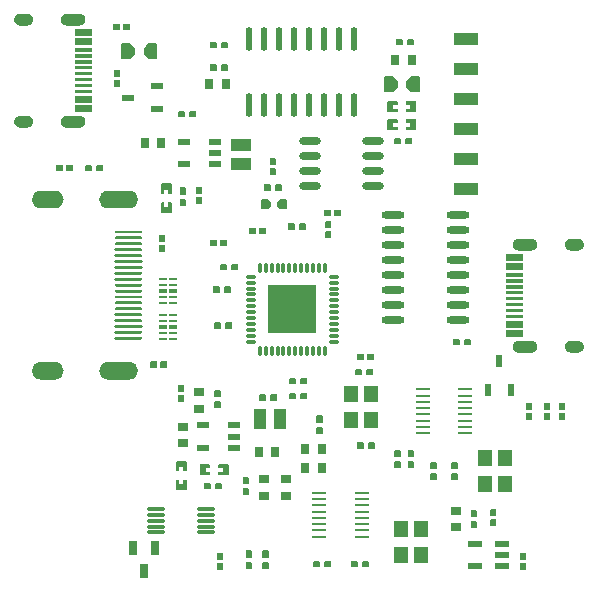
<source format=gtp>
G04 Layer: TopPasteMaskLayer*
G04 EasyEDA Pro v2.2.27.1, 2024-09-30 12:04:34*
G04 Gerber Generator version 0.3*
G04 Scale: 100 percent, Rotated: No, Reflected: No*
G04 Dimensions in millimeters*
G04 Leading zeros omitted, absolute positions, 3 integers and 5 decimals*
%FSLAX35Y35*%
%MOMM*%
%ADD10O,0.57399X2.03799*%
%ADD11R,1.2X0.25001*%
%ADD12R,1.2X1.4*%
%ADD13R,4.09999X4.09999*%
%ADD14O,0.28001X1.0*%
%ADD15O,1.0010X0.28001*%
%ADD16O,1.0X0.28001*%
%ADD17R,0.68072X0.20066*%
%ADD18R,0.68072X0.39878*%
%ADD19O,1.865X0.63*%
%ADD20R,0.9X0.8*%
%ADD21R,0.8X0.9*%
%ADD22R,1.0X0.6*%
%ADD23R,1.72001X1.0*%
%ADD24R,1.0X1.72001*%
%ADD25R,1.157X0.48999*%
%ADD26R,1.175X0.48999*%
%ADD27R,1.2X1.4*%
%ADD28O,1.62001X0.28001*%
%ADD29R,1.07X0.6*%
%ADD30R,0.6X1.07*%
%ADD31R,0.8X0.9*%
%ADD32R,2.0X1.0*%
%ADD33O,1.97099X0.60201*%
%ADD34R,0.7X1.25001*%
G75*


G04 PolygonModel Start*
G36*
G01X3472975Y4705872D02*
G01X3392975Y4705872D01*
G01X3387974Y4700870D01*
G01X3387974Y4678074D01*
G01X3424974Y4678074D01*
G01X3424974Y4645074D01*
G01X3387974Y4645074D01*
G01X3387974Y4620871D01*
G01X3392975Y4615872D01*
G01X3472975Y4615872D01*
G01X3477974Y4620871D01*
G01X3477974Y4700870D01*
G01X3472975Y4705872D01*
G37*
G36*
G01X3317974Y4700870D02*
G01X3317974Y4678074D01*
G01X3279976Y4678074D01*
G01X3279976Y4645074D01*
G01X3317974Y4645074D01*
G01X3317974Y4620871D01*
G01X3312975Y4615872D01*
G01X3233976Y4615872D01*
G01X3228975Y4620871D01*
G01X3228975Y4700870D01*
G01X3233976Y4705872D01*
G01X3312975Y4705872D01*
G01X3317974Y4700870D01*
G37*
G36*
G01X3472975Y4553472D02*
G01X3392975Y4553472D01*
G01X3387974Y4548470D01*
G01X3387974Y4525674D01*
G01X3424974Y4525674D01*
G01X3424974Y4492674D01*
G01X3387974Y4492674D01*
G01X3387974Y4468471D01*
G01X3392975Y4463472D01*
G01X3472975Y4463472D01*
G01X3477974Y4468471D01*
G01X3477974Y4548470D01*
G01X3472975Y4553472D01*
G37*
G36*
G01X3317974Y4548470D02*
G01X3317974Y4525674D01*
G01X3279976Y4525674D01*
G01X3279976Y4492674D01*
G01X3317974Y4492674D01*
G01X3317974Y4468471D01*
G01X3312975Y4463472D01*
G01X3233976Y4463472D01*
G01X3228975Y4468471D01*
G01X3228975Y4548470D01*
G01X3233976Y4553472D01*
G01X3312975Y4553472D01*
G01X3317974Y4548470D01*
G37*
G36*
G01X1094974Y5108749D02*
G01X1094974Y5152810D01*
G01X1056467Y5199625D01*
G01X987720Y5199625D01*
G01X977720Y5189625D01*
G01X977720Y5071929D01*
G01X987720Y5061929D01*
G01X1056467Y5061929D01*
G01X1094974Y5108749D01*
G37*
G36*
G01X1166973Y5108749D02*
G01X1166973Y5152810D01*
G01X1205479Y5199625D01*
G01X1274227Y5199625D01*
G01X1284227Y5189625D01*
G01X1284227Y5071929D01*
G01X1274227Y5061929D01*
G01X1205479Y5061929D01*
G01X1166973Y5108749D01*
G37*
G36*
G01X3317474Y4829349D02*
G01X3317474Y4873410D01*
G01X3278967Y4920225D01*
G01X3210220Y4920225D01*
G01X3200220Y4910225D01*
G01X3200220Y4792529D01*
G01X3210220Y4782529D01*
G01X3278967Y4782529D01*
G01X3317474Y4829349D01*
G37*
G36*
G01X3389473Y4829349D02*
G01X3389473Y4873410D01*
G01X3427979Y4920225D01*
G01X3496727Y4920225D01*
G01X3506727Y4910225D01*
G01X3506727Y4792529D01*
G01X3496727Y4782529D01*
G01X3427979Y4782529D01*
G01X3389473Y4829349D01*
G37*
G36*
G01X4455973Y2096273D02*
G01X4409973Y2096273D01*
G01X4405973Y2100274D01*
G01X4405973Y2150337D01*
G01X4409973Y2154338D01*
G01X4455973Y2154338D01*
G01X4459973Y2150337D01*
G01X4459973Y2100274D01*
G01X4455973Y2096273D01*
G37*
G36*
G01X4455973Y2069273D02*
G01X4409973Y2069273D01*
G01X4405973Y2065272D01*
G01X4405973Y2015209D01*
G01X4409973Y2011209D01*
G01X4455973Y2011209D01*
G01X4459973Y2015209D01*
G01X4459973Y2065272D01*
G01X4455973Y2069273D01*
G37*
G36*
G01X4562373Y2069273D02*
G01X4608373Y2069273D01*
G01X4612373Y2065272D01*
G01X4612373Y2015209D01*
G01X4608373Y2011209D01*
G01X4562373Y2011209D01*
G01X4558373Y2015209D01*
G01X4558373Y2065272D01*
G01X4562373Y2069273D01*
G37*
G36*
G01X4562373Y2096273D02*
G01X4608373Y2096273D01*
G01X4612373Y2100274D01*
G01X4612373Y2150337D01*
G01X4608373Y2154338D01*
G01X4562373Y2154338D01*
G01X4558373Y2150337D01*
G01X4558373Y2100274D01*
G01X4562373Y2096273D01*
G37*
G36*
G01X415602Y2499658D02*
G02X415602Y2349651I0J-75004D01*
G01X295600Y2349651D01*
G02X295600Y2499658I0J75004D01*
G01X415602Y2499658D01*
G37*
G36*
G01X415602Y3949488D02*
G02X415602Y3799485I0J-75001D01*
G01X295600Y3799485D01*
G02X295600Y3949488I0J75001D01*
G01X415602Y3949488D01*
G37*
G36*
G01X1045550Y2499658D02*
G02X1045550Y2349651I0J-75004D01*
G01X865551Y2349651D01*
G02X865551Y2499658I0J75004D01*
G01X1045550Y2499658D01*
G37*
G36*
G01X1045550Y3949488D02*
G02X1045550Y3799485I0J-75001D01*
G01X865551Y3799485D01*
G02X865551Y3949488I0J75001D01*
G01X1045550Y3949488D01*
G37*
G36*
G01X1146297Y2711984D02*
G02X1146297Y2686981I0J-12502D01*
G01X931296Y2686981D01*
G02X931296Y2711984I0J12502D01*
G01X1146297Y2711984D01*
G37*
G36*
G01X1146297Y2761997D02*
G02X1146297Y2736993I0J-12502D01*
G01X931296Y2736993D01*
G02X931296Y2761997I0J12502D01*
G01X1146297Y2761997D01*
G37*
G36*
G01X1146297Y2812007D02*
G02X1146297Y2787003I0J-12502D01*
G01X931296Y2787003D01*
G02X931296Y2812007I0J12502D01*
G01X1146297Y2812007D01*
G37*
G36*
G01X1146297Y2862017D02*
G02X1146297Y2837013I0J-12502D01*
G01X931296Y2837013D01*
G02X931296Y2862017I0J12502D01*
G01X1146297Y2862017D01*
G37*
G36*
G01X1146297Y2912030D02*
G02X1146297Y2887026I0J-12502D01*
G01X931296Y2887026D01*
G02X931296Y2912030I0J12502D01*
G01X1146297Y2912030D01*
G37*
G36*
G01X1146297Y2962040D02*
G02X1146297Y2937036I0J-12502D01*
G01X931296Y2937036D01*
G02X931296Y2962040I0J12502D01*
G01X1146297Y2962040D01*
G37*
G36*
G01X1146297Y3012045D02*
G02X1146297Y2987041I0J-12502D01*
G01X931296Y2987041D01*
G02X931296Y3012045I0J12502D01*
G01X1146297Y3012045D01*
G37*
G36*
G01X1146297Y3362113D02*
G02X1146297Y3337106I0J-12503D01*
G01X931296Y3337106D01*
G02X931296Y3362113I0J12503D01*
G01X1146297Y3362113D01*
G37*
G36*
G01X1146297Y3312105D02*
G02X1146297Y3287101I0J-12502D01*
G01X931296Y3287101D01*
G02X931296Y3312105I0J12502D01*
G01X1146297Y3312105D01*
G37*
G36*
G01X1146297Y3262095D02*
G02X1146297Y3237094I-178J-12501D01*
G01X931296Y3237094D01*
G02X931296Y3262095I178J12501D01*
G01X1146297Y3262095D01*
G37*
G36*
G01X1146297Y3212082D02*
G02X1146297Y3187081I-178J-12501D01*
G01X931296Y3187081D01*
G02X931296Y3212082I178J12501D01*
G01X1146297Y3212082D01*
G37*
G36*
G01X1146297Y3162075D02*
G02X1146297Y3137071I0J-12502D01*
G01X931296Y3137071D01*
G02X931296Y3162075I0J12502D01*
G01X1146297Y3162075D01*
G37*
G36*
G01X1146297Y3112065D02*
G02X1146297Y3087059I0J-12503D01*
G01X931296Y3087059D01*
G02X931296Y3112065I0J12503D01*
G01X1146297Y3112065D01*
G37*
G36*
G01X1146297Y3062052D02*
G02X1146297Y3037046I0J-12503D01*
G01X931296Y3037046D01*
G02X931296Y3062052I0J12503D01*
G01X1146297Y3062052D01*
G37*
G36*
G01X1146297Y3612165D02*
G02X1146297Y3587162I0J-12502D01*
G01X931296Y3587162D01*
G02X931296Y3612165I0J12502D01*
G01X1146297Y3612165D01*
G37*
G36*
G01X1146297Y3562153D02*
G02X1146297Y3537149I0J-12502D01*
G01X931296Y3537149D01*
G02X931296Y3562153I0J12502D01*
G01X1146297Y3562153D01*
G37*
G36*
G01X1146297Y3512143D02*
G02X1146297Y3487139I0J-12502D01*
G01X931296Y3487139D01*
G02X931296Y3512143I0J12502D01*
G01X1146297Y3512143D01*
G37*
G36*
G01X1146297Y3462133D02*
G02X1146297Y3437129I0J-12502D01*
G01X931296Y3437129D01*
G02X931296Y3462133I0J12502D01*
G01X1146297Y3462133D01*
G37*
G36*
G01X1146297Y3412120D02*
G02X1146297Y3387116I0J-12502D01*
G01X931296Y3387116D01*
G02X931296Y3412120I0J12502D01*
G01X1146297Y3412120D01*
G37*
G36*
G01X2459170Y2232275D02*
G01X2459170Y2187274D01*
G01X2452172Y2182275D01*
G01X2404171Y2182275D01*
G01X2399170Y2187274D01*
G01X2399170Y2232275D01*
G01X2404171Y2237274D01*
G01X2452172Y2237274D01*
G01X2459170Y2232275D01*
G37*
G36*
G01X2555171Y2232275D02*
G01X2555171Y2187274D01*
G01X2550170Y2182275D01*
G01X2502172Y2182275D01*
G01X2495172Y2187274D01*
G01X2495172Y2232275D01*
G01X2502172Y2237274D01*
G01X2550170Y2237274D01*
G01X2555171Y2232275D01*
G37*
G36*
G01X2459170Y2359275D02*
G01X2459170Y2314274D01*
G01X2452172Y2309275D01*
G01X2404171Y2309275D01*
G01X2399170Y2314274D01*
G01X2399170Y2359275D01*
G01X2404171Y2364274D01*
G01X2452172Y2364274D01*
G01X2459170Y2359275D01*
G37*
G36*
G01X2555171Y2359275D02*
G01X2555171Y2314274D01*
G01X2550170Y2309275D01*
G01X2502172Y2309275D01*
G01X2495172Y2314274D01*
G01X2495172Y2359275D01*
G01X2502172Y2364274D01*
G01X2550170Y2364274D01*
G01X2555171Y2359275D01*
G37*
G36*
G01X2446470Y3667375D02*
G01X2446470Y3622374D01*
G01X2439472Y3617375D01*
G01X2391471Y3617375D01*
G01X2386470Y3622374D01*
G01X2386470Y3667375D01*
G01X2391471Y3672374D01*
G01X2439472Y3672374D01*
G01X2446470Y3667375D01*
G37*
G36*
G01X2542471Y3667375D02*
G01X2542471Y3622374D01*
G01X2537470Y3617375D01*
G01X2489472Y3617375D01*
G01X2482472Y3622374D01*
G01X2482472Y3667375D01*
G01X2489472Y3672374D01*
G01X2537470Y3672374D01*
G01X2542471Y3667375D01*
G37*
G36*
G01X2010171Y1429770D02*
G01X2055172Y1429770D01*
G01X2060171Y1422772D01*
G01X2060171Y1374771D01*
G01X2055172Y1369770D01*
G01X2010171Y1369770D01*
G01X2005173Y1374771D01*
G01X2005173Y1422772D01*
G01X2010171Y1429770D01*
G37*
G36*
G01X2010171Y1525771D02*
G01X2055172Y1525771D01*
G01X2060171Y1520770D01*
G01X2060171Y1472772D01*
G01X2055172Y1465772D01*
G01X2010171Y1465772D01*
G01X2005173Y1472772D01*
G01X2005173Y1520770D01*
G01X2010171Y1525771D01*
G37*
G36*
G01X1874970Y3324475D02*
G01X1874970Y3279474D01*
G01X1867972Y3274475D01*
G01X1819971Y3274475D01*
G01X1814970Y3279474D01*
G01X1814970Y3324475D01*
G01X1819971Y3329474D01*
G01X1867972Y3329474D01*
G01X1874970Y3324475D01*
G37*
G36*
G01X1970971Y3324475D02*
G01X1970971Y3279474D01*
G01X1965970Y3274475D01*
G01X1917972Y3274475D01*
G01X1910972Y3279474D01*
G01X1910972Y3324475D01*
G01X1917972Y3329474D01*
G01X1965970Y3329474D01*
G01X1970971Y3324475D01*
G37*
G36*
G01X2632471Y1950470D02*
G01X2677472Y1950470D01*
G01X2682471Y1943472D01*
G01X2682471Y1895471D01*
G01X2677472Y1890470D01*
G01X2632471Y1890470D01*
G01X2627473Y1895471D01*
G01X2627473Y1943472D01*
G01X2632471Y1950470D01*
G37*
G36*
G01X2632471Y2046471D02*
G01X2677472Y2046471D01*
G01X2682471Y2041470D01*
G01X2682471Y1993472D01*
G01X2677472Y1986472D01*
G01X2632471Y1986472D01*
G01X2627473Y1993472D01*
G01X2627473Y2041470D01*
G01X2632471Y2046471D01*
G37*
G36*
G01X1811470Y3133975D02*
G01X1811470Y3088974D01*
G01X1804472Y3083975D01*
G01X1756471Y3083975D01*
G01X1751470Y3088974D01*
G01X1751470Y3133975D01*
G01X1756471Y3138974D01*
G01X1804472Y3138974D01*
G01X1811470Y3133975D01*
G37*
G36*
G01X1907471Y3133975D02*
G01X1907471Y3088974D01*
G01X1902470Y3083975D01*
G01X1854472Y3083975D01*
G01X1847472Y3088974D01*
G01X1847472Y3133975D01*
G01X1854472Y3138974D01*
G01X1902470Y3138974D01*
G01X1907471Y3133975D01*
G37*
G36*
G01X2205170Y2219575D02*
G01X2205170Y2174574D01*
G01X2198172Y2169575D01*
G01X2150171Y2169575D01*
G01X2145170Y2174574D01*
G01X2145170Y2219575D01*
G01X2150171Y2224574D01*
G01X2198172Y2224574D01*
G01X2205170Y2219575D01*
G37*
G36*
G01X2301171Y2219575D02*
G01X2301171Y2174574D01*
G01X2296170Y2169575D01*
G01X2248172Y2169575D01*
G01X2241172Y2174574D01*
G01X2241172Y2219575D01*
G01X2248172Y2224574D01*
G01X2296170Y2224574D01*
G01X2301171Y2219575D01*
G37*
G36*
G01X1768871Y2166370D02*
G01X1813872Y2166370D01*
G01X1818871Y2159372D01*
G01X1818871Y2111371D01*
G01X1813872Y2106370D01*
G01X1768871Y2106370D01*
G01X1763873Y2111371D01*
G01X1763873Y2159372D01*
G01X1768871Y2166370D01*
G37*
G36*
G01X1768871Y2262371D02*
G01X1813872Y2262371D01*
G01X1818871Y2257370D01*
G01X1818871Y2209372D01*
G01X1813872Y2202372D01*
G01X1768871Y2202372D01*
G01X1763873Y2209372D01*
G01X1763873Y2257370D01*
G01X1768871Y2262371D01*
G37*
G36*
G01X1824170Y2829175D02*
G01X1824170Y2784174D01*
G01X1817172Y2779175D01*
G01X1769171Y2779175D01*
G01X1764170Y2784174D01*
G01X1764170Y2829175D01*
G01X1769171Y2834174D01*
G01X1817172Y2834174D01*
G01X1824170Y2829175D01*
G37*
G36*
G01X1920171Y2829175D02*
G01X1920171Y2784174D01*
G01X1915170Y2779175D01*
G01X1867172Y2779175D01*
G01X1860172Y2784174D01*
G01X1860172Y2829175D01*
G01X1867172Y2834174D01*
G01X1915170Y2834174D01*
G01X1920171Y2829175D01*
G37*
G36*
G01X2243270Y3997575D02*
G01X2243270Y3952574D01*
G01X2236272Y3947575D01*
G01X2188271Y3947575D01*
G01X2183270Y3952574D01*
G01X2183270Y3997575D01*
G01X2188271Y4002574D01*
G01X2236272Y4002574D01*
G01X2243270Y3997575D01*
G37*
G36*
G01X2339271Y3997575D02*
G01X2339271Y3952574D01*
G01X2334270Y3947575D01*
G01X2286272Y3947575D01*
G01X2279272Y3952574D01*
G01X2279272Y3997575D01*
G01X2286272Y4002574D01*
G01X2334270Y4002574D01*
G01X2339271Y3997575D01*
G37*
G36*
G01X1790573Y3528173D02*
G01X1790573Y3482173D01*
G01X1786573Y3478173D01*
G01X1736509Y3478173D01*
G01X1732509Y3482173D01*
G01X1732509Y3528173D01*
G01X1736509Y3532173D01*
G01X1786573Y3532173D01*
G01X1790573Y3528173D01*
G37*
G36*
G01X1817573Y3528173D02*
G01X1817573Y3482173D01*
G01X1821574Y3478173D01*
G01X1871637Y3478173D01*
G01X1875638Y3482173D01*
G01X1875638Y3528173D01*
G01X1871637Y3532173D01*
G01X1821574Y3532173D01*
G01X1817573Y3528173D01*
G37*
G36*
G01X482473Y4163173D02*
G01X482473Y4117173D01*
G01X478473Y4113173D01*
G01X428409Y4113173D01*
G01X424409Y4117173D01*
G01X424409Y4163173D01*
G01X428409Y4167173D01*
G01X478473Y4167173D01*
G01X482473Y4163173D01*
G37*
G36*
G01X509473Y4163173D02*
G01X509473Y4117173D01*
G01X513474Y4113173D01*
G01X563537Y4113173D01*
G01X567538Y4117173D01*
G01X567538Y4163173D01*
G01X563537Y4167173D01*
G01X513474Y4167173D01*
G01X509473Y4163173D01*
G37*
G36*
G01X1298473Y3491673D02*
G01X1344473Y3491673D01*
G01X1348473Y3487672D01*
G01X1348473Y3437609D01*
G01X1344473Y3433609D01*
G01X1298473Y3433609D01*
G01X1294473Y3437609D01*
G01X1294473Y3487672D01*
G01X1298473Y3491673D01*
G37*
G36*
G01X1298473Y3518673D02*
G01X1344473Y3518673D01*
G01X1348473Y3522674D01*
G01X1348473Y3572737D01*
G01X1344473Y3576738D01*
G01X1298473Y3576738D01*
G01X1294473Y3572737D01*
G01X1294473Y3522674D01*
G01X1298473Y3518673D01*
G37*
G36*
G01X3035173Y2562973D02*
G01X3035173Y2516973D01*
G01X3031173Y2512973D01*
G01X2981109Y2512973D01*
G01X2977109Y2516973D01*
G01X2977109Y2562973D01*
G01X2981109Y2566973D01*
G01X3031173Y2566973D01*
G01X3035173Y2562973D01*
G37*
G36*
G01X3062173Y2562973D02*
G01X3062173Y2516973D01*
G01X3066174Y2512973D01*
G01X3116237Y2512973D01*
G01X3120238Y2516973D01*
G01X3120238Y2562973D01*
G01X3116237Y2566973D01*
G01X3066174Y2566973D01*
G01X3062173Y2562973D01*
G37*
G36*
G01X2755773Y3782173D02*
G01X2755773Y3736173D01*
G01X2751773Y3732173D01*
G01X2701709Y3732173D01*
G01X2697709Y3736173D01*
G01X2697709Y3782173D01*
G01X2701709Y3786173D01*
G01X2751773Y3786173D01*
G01X2755773Y3782173D01*
G37*
G36*
G01X2782773Y3782173D02*
G01X2782773Y3736173D01*
G01X2786774Y3732173D01*
G01X2836837Y3732173D01*
G01X2840838Y3736173D01*
G01X2840838Y3782173D01*
G01X2836837Y3786173D01*
G01X2786774Y3786173D01*
G01X2782773Y3782173D01*
G37*
G36*
G01X2754173Y3632973D02*
G01X2708173Y3632973D01*
G01X2704173Y3636974D01*
G01X2704173Y3687037D01*
G01X2708173Y3691038D01*
G01X2754173Y3691038D01*
G01X2758173Y3687037D01*
G01X2758173Y3636974D01*
G01X2754173Y3632973D01*
G37*
G36*
G01X2754173Y3605973D02*
G01X2708173Y3605973D01*
G01X2704173Y3601972D01*
G01X2704173Y3551909D01*
G01X2708173Y3547909D01*
G01X2754173Y3547909D01*
G01X2758173Y3551909D01*
G01X2758173Y3601972D01*
G01X2754173Y3605973D01*
G37*
G36*
G01X2238273Y4139373D02*
G01X2284273Y4139373D01*
G01X2288273Y4135372D01*
G01X2288273Y4085309D01*
G01X2284273Y4081309D01*
G01X2238273Y4081309D01*
G01X2234273Y4085309D01*
G01X2234273Y4135372D01*
G01X2238273Y4139373D01*
G37*
G36*
G01X2238273Y4166373D02*
G01X2284273Y4166373D01*
G01X2288273Y4170374D01*
G01X2288273Y4220437D01*
G01X2284273Y4224438D01*
G01X2238273Y4224438D01*
G01X2234273Y4220437D01*
G01X2234273Y4170374D01*
G01X2238273Y4166373D01*
G37*
G36*
G01X1735270Y1470275D02*
G01X1735270Y1425274D01*
G01X1728272Y1420275D01*
G01X1680271Y1420275D01*
G01X1675270Y1425274D01*
G01X1675270Y1470275D01*
G01X1680271Y1475274D01*
G01X1728272Y1475274D01*
G01X1735270Y1470275D01*
G37*
G36*
G01X1831271Y1470275D02*
G01X1831271Y1425274D01*
G01X1826270Y1420275D01*
G01X1778272Y1420275D01*
G01X1771272Y1425274D01*
G01X1771272Y1470275D01*
G01X1778272Y1475274D01*
G01X1826270Y1475274D01*
G01X1831271Y1470275D01*
G37*
G36*
G01X1521775Y3916877D02*
G01X1476774Y3916877D01*
G01X1471775Y3923874D01*
G01X1471775Y3971875D01*
G01X1476774Y3976876D01*
G01X1521775Y3976876D01*
G01X1526774Y3971875D01*
G01X1526774Y3923874D01*
G01X1521775Y3916877D01*
G37*
G36*
G01X1521775Y3820875D02*
G01X1476774Y3820875D01*
G01X1471775Y3825876D01*
G01X1471775Y3873874D01*
G01X1476774Y3880875D01*
G01X1521775Y3880875D01*
G01X1526774Y3873874D01*
G01X1526774Y3825876D01*
G01X1521775Y3820875D01*
G37*
G36*
G01X3940571Y1150370D02*
G01X3985572Y1150370D01*
G01X3990571Y1143372D01*
G01X3990571Y1095371D01*
G01X3985572Y1090370D01*
G01X3940571Y1090370D01*
G01X3935573Y1095371D01*
G01X3935573Y1143372D01*
G01X3940571Y1150370D01*
G37*
G36*
G01X3940571Y1246371D02*
G01X3985572Y1246371D01*
G01X3990571Y1241370D01*
G01X3990571Y1193372D01*
G01X3985572Y1186372D01*
G01X3940571Y1186372D01*
G01X3935573Y1193372D01*
G01X3935573Y1241370D01*
G01X3940571Y1246371D01*
G37*
G36*
G01X1885475Y1632472D02*
G01X1805475Y1632472D01*
G01X1800474Y1627470D01*
G01X1800474Y1604674D01*
G01X1837474Y1604674D01*
G01X1837474Y1571674D01*
G01X1800474Y1571674D01*
G01X1800474Y1547471D01*
G01X1805475Y1542472D01*
G01X1885475Y1542472D01*
G01X1890474Y1547471D01*
G01X1890474Y1627470D01*
G01X1885475Y1632472D01*
G37*
G36*
G01X1730474Y1627470D02*
G01X1730474Y1604674D01*
G01X1692476Y1604674D01*
G01X1692476Y1571674D01*
G01X1730474Y1571674D01*
G01X1730474Y1547471D01*
G01X1725475Y1542472D01*
G01X1646476Y1542472D01*
G01X1641475Y1547471D01*
G01X1641475Y1627470D01*
G01X1646476Y1632472D01*
G01X1725475Y1632472D01*
G01X1730474Y1627470D01*
G37*
G36*
G01X1531572Y1417171D02*
G01X1531572Y1497171D01*
G01X1526570Y1502172D01*
G01X1503774Y1502172D01*
G01X1503774Y1465172D01*
G01X1470774Y1465172D01*
G01X1470774Y1502172D01*
G01X1446571Y1502172D01*
G01X1441572Y1497171D01*
G01X1441572Y1417171D01*
G01X1446571Y1412172D01*
G01X1526570Y1412172D01*
G01X1531572Y1417171D01*
G37*
G36*
G01X1526570Y1572172D02*
G01X1503774Y1572172D01*
G01X1503774Y1610171D01*
G01X1470774Y1610171D01*
G01X1470774Y1572172D01*
G01X1446571Y1572172D01*
G01X1441572Y1577171D01*
G01X1441572Y1656170D01*
G01X1446571Y1661171D01*
G01X1526570Y1661171D01*
G01X1531572Y1656170D01*
G01X1531572Y1577171D01*
G01X1526570Y1572172D01*
G37*
G36*
G01X1314574Y4005675D02*
G01X1314574Y3925675D01*
G01X1319576Y3920674D01*
G01X1342372Y3920674D01*
G01X1342372Y3957674D01*
G01X1375372Y3957674D01*
G01X1375372Y3920674D01*
G01X1399576Y3920674D01*
G01X1404574Y3925675D01*
G01X1404574Y4005675D01*
G01X1399576Y4010674D01*
G01X1319576Y4010674D01*
G01X1314574Y4005675D01*
G37*
G36*
G01X1319576Y3850674D02*
G01X1342372Y3850674D01*
G01X1342372Y3812676D01*
G01X1375372Y3812676D01*
G01X1375372Y3850674D01*
G01X1399576Y3850674D01*
G01X1404574Y3845675D01*
G01X1404574Y3766676D01*
G01X1399576Y3761675D01*
G01X1319576Y3761675D01*
G01X1314574Y3766676D01*
G01X1314574Y3845675D01*
G01X1319576Y3850674D01*
G37*
G36*
G01X2299134Y3821075D02*
G01X2299134Y3848726D01*
G01X2326554Y3878101D01*
G01X2376881Y3878101D01*
G01X2383282Y3871700D01*
G01X2383282Y3798101D01*
G01X2376881Y3791700D01*
G01X2326554Y3791700D01*
G01X2299134Y3821075D01*
G37*
G36*
G01X2247570Y3819950D02*
G01X2247570Y3847601D01*
G01X2220151Y3876976D01*
G01X2169823Y3876976D01*
G01X2163422Y3870575D01*
G01X2163422Y3796976D01*
G01X2169823Y3790575D01*
G01X2220151Y3790575D01*
G01X2247570Y3819950D01*
G37*
G36*
G01X965073Y5356973D02*
G01X965073Y5310973D01*
G01X961073Y5306973D01*
G01X911009Y5306973D01*
G01X907009Y5310973D01*
G01X907009Y5356973D01*
G01X911009Y5360973D01*
G01X961073Y5360973D01*
G01X965073Y5356973D01*
G37*
G36*
G01X992073Y5356973D02*
G01X992073Y5310973D01*
G01X996074Y5306973D01*
G01X1046137Y5306973D01*
G01X1050138Y5310973D01*
G01X1050138Y5356973D01*
G01X1046137Y5360973D01*
G01X996074Y5360973D01*
G01X992073Y5356973D01*
G37*
G36*
G01X963473Y4915673D02*
G01X917473Y4915673D01*
G01X913473Y4919674D01*
G01X913473Y4969737D01*
G01X917473Y4973738D01*
G01X963473Y4973738D01*
G01X967473Y4969737D01*
G01X967473Y4919674D01*
G01X963473Y4915673D01*
G37*
G36*
G01X963473Y4888673D02*
G01X917473Y4888673D01*
G01X913473Y4884672D01*
G01X913473Y4834609D01*
G01X917473Y4830609D01*
G01X963473Y4830609D01*
G01X967473Y4834609D01*
G01X967473Y4884672D01*
G01X963473Y4888673D01*
G37*
G36*
G01X734322Y5005665D02*
G01X589323Y5005665D01*
G01X589323Y4975665D01*
G01X734322Y4975665D01*
G01X734322Y5005665D01*
G37*
G36*
G01X589323Y4613172D02*
G01X734322Y4613172D01*
G01X734322Y4641871D01*
G01X734322Y4643172D01*
G01X734322Y4671871D01*
G01X589323Y4671871D01*
G01X589323Y4643172D01*
G01X589323Y4641871D01*
G01X589323Y4613172D01*
G37*
G36*
G01X734322Y5155678D02*
G01X589323Y5155678D01*
G01X589323Y5125678D01*
G01X734322Y5125678D01*
G01X734322Y5155678D01*
G37*
G36*
G01X734322Y5105665D02*
G01X589323Y5105665D01*
G01X589323Y5075665D01*
G01X734322Y5075665D01*
G01X734322Y5105665D01*
G37*
G36*
G01X589323Y4691973D02*
G01X734322Y4691973D01*
G01X734322Y4720672D01*
G01X734322Y4721973D01*
G01X734322Y4750672D01*
G01X589323Y4750672D01*
G01X589323Y4721973D01*
G01X589323Y4720672D01*
G01X589323Y4691973D01*
G37*
G36*
G01X734322Y4905666D02*
G01X589323Y4905666D01*
G01X589323Y4875666D01*
G01X734322Y4875666D01*
G01X734322Y4905666D01*
G37*
G36*
G01X734322Y4855704D02*
G01X589323Y4855704D01*
G01X589323Y4825704D01*
G01X734322Y4825704D01*
G01X734322Y4855704D01*
G37*
G36*
G01X589323Y4775666D02*
G01X734322Y4775666D01*
G01X734322Y4805666D01*
G01X589323Y4805666D01*
G01X589323Y4775666D01*
G37*
G36*
G01X734169Y4955678D02*
G01X589171Y4955678D01*
G01X589171Y4925678D01*
G01X734169Y4925678D01*
G01X734169Y4955678D01*
G37*
G36*
G01X734169Y5055678D02*
G01X589171Y5055678D01*
G01X589171Y5025678D01*
G01X734169Y5025678D01*
G01X734169Y5055678D01*
G37*
G36*
G01X734169Y5318172D02*
G01X589171Y5318172D01*
G01X589171Y5289470D01*
G01X589171Y5288172D01*
G01X589171Y5259470D01*
G01X734169Y5259470D01*
G01X734169Y5288172D01*
G01X734169Y5289470D01*
G01X734169Y5318172D01*
G37*
G36*
G01X588917Y5180671D02*
G01X733915Y5180671D01*
G01X733915Y5209371D01*
G01X733915Y5210671D01*
G01X733915Y5239371D01*
G01X588917Y5239371D01*
G01X588917Y5210671D01*
G01X588917Y5209371D01*
G01X588917Y5180671D01*
G37*
G36*
G01X675193Y4529934D02*
G01X675317Y4532423D01*
G01X675317Y4534917D01*
G01X675193Y4537406D01*
G01X674944Y4539888D01*
G01X674573Y4542352D01*
G01X674078Y4544795D01*
G01X673463Y4547211D01*
G01X672729Y4549593D01*
G01X671876Y4551938D01*
G01X670908Y4554234D01*
G01X669826Y4556482D01*
G01X668635Y4558669D01*
G01X667334Y4560797D01*
G01X665930Y4562857D01*
G01X664423Y4564843D01*
G01X662821Y4566753D01*
G01X661126Y4568582D01*
G01X659341Y4570322D01*
G01X657471Y4571973D01*
G01X655523Y4573528D01*
G01X653499Y4574983D01*
G01X651403Y4576334D01*
G01X649244Y4577581D01*
G01X647027Y4578719D01*
G01X644754Y4579743D01*
G01X642435Y4580655D01*
G01X640070Y4581447D01*
G01X637670Y4582123D01*
G01X635241Y4582679D01*
G01X632785Y4583111D01*
G01X630311Y4583421D01*
G01X627825Y4583609D01*
G01X625333Y4583670D01*
G01X515330Y4583670D01*
G01X512839Y4583609D01*
G01X510352Y4583421D01*
G01X507878Y4583111D01*
G01X505422Y4582679D01*
G01X502994Y4582123D01*
G01X500593Y4581447D01*
G01X498229Y4580655D01*
G01X495910Y4579743D01*
G01X493636Y4578719D01*
G01X491419Y4577581D01*
G01X489260Y4576334D01*
G01X487164Y4574983D01*
G01X485140Y4573528D01*
G01X483192Y4571973D01*
G01X481322Y4570322D01*
G01X479537Y4568582D01*
G01X477843Y4566753D01*
G01X476240Y4564843D01*
G01X474734Y4562857D01*
G01X473329Y4560797D01*
G01X472029Y4558669D01*
G01X470837Y4556482D01*
G01X469755Y4554234D01*
G01X468787Y4551938D01*
G01X467934Y4549593D01*
G01X467200Y4547211D01*
G01X466585Y4544795D01*
G01X466090Y4542352D01*
G01X465719Y4539888D01*
G01X465470Y4537406D01*
G01X465346Y4534917D01*
G01X465346Y4532423D01*
G01X465470Y4529934D01*
G01X465719Y4527452D01*
G01X466090Y4524988D01*
G01X466585Y4522545D01*
G01X467200Y4520129D01*
G01X467934Y4517747D01*
G01X468787Y4515402D01*
G01X469755Y4513106D01*
G01X470837Y4510858D01*
G01X472029Y4508669D01*
G01X473329Y4506543D01*
G01X474734Y4504483D01*
G01X476240Y4502496D01*
G01X477843Y4500586D01*
G01X479537Y4498758D01*
G01X481322Y4497018D01*
G01X483192Y4495367D01*
G01X485140Y4493812D01*
G01X487164Y4492357D01*
G01X489260Y4491005D01*
G01X491419Y4489758D01*
G01X493636Y4488620D01*
G01X495910Y4487597D01*
G01X498229Y4486685D01*
G01X500593Y4485892D01*
G01X502994Y4485217D01*
G01X505422Y4484661D01*
G01X507878Y4484229D01*
G01X510352Y4483919D01*
G01X512839Y4483731D01*
G01X515330Y4483670D01*
G01X625333Y4483670D01*
G01X627825Y4483731D01*
G01X630311Y4483919D01*
G01X632785Y4484229D01*
G01X635241Y4484661D01*
G01X637670Y4485217D01*
G01X640070Y4485892D01*
G01X642435Y4486685D01*
G01X644754Y4487597D01*
G01X647027Y4488620D01*
G01X649244Y4489758D01*
G01X651403Y4491005D01*
G01X653499Y4492357D01*
G01X655523Y4493812D01*
G01X657471Y4495367D01*
G01X659341Y4497018D01*
G01X661126Y4498758D01*
G01X662821Y4500586D01*
G01X664423Y4502496D01*
G01X665930Y4504483D01*
G01X667334Y4506543D01*
G01X668635Y4508669D01*
G01X669826Y4510858D01*
G01X670908Y4513106D01*
G01X671876Y4515402D01*
G01X672729Y4517747D01*
G01X673463Y4520129D01*
G01X674078Y4522545D01*
G01X674573Y4524988D01*
G01X674944Y4527452D01*
G01X675193Y4529934D01*
G37*
G36*
G01X675165Y5393940D02*
G01X675289Y5396429D01*
G01X675289Y5398923D01*
G01X675165Y5401413D01*
G01X674916Y5403894D01*
G01X674545Y5406358D01*
G01X674050Y5408801D01*
G01X673435Y5411217D01*
G01X672701Y5413600D01*
G01X671848Y5415944D01*
G01X670880Y5418240D01*
G01X669798Y5420488D01*
G01X668607Y5422675D01*
G01X667306Y5424803D01*
G01X665902Y5426863D01*
G01X664395Y5428850D01*
G01X662793Y5430760D01*
G01X661099Y5432589D01*
G01X659313Y5434328D01*
G01X657443Y5435979D01*
G01X655495Y5437534D01*
G01X653471Y5438989D01*
G01X651375Y5440341D01*
G01X649216Y5441588D01*
G01X646999Y5442726D01*
G01X644726Y5443749D01*
G01X642407Y5444661D01*
G01X640042Y5445454D01*
G01X637642Y5446129D01*
G01X635213Y5446686D01*
G01X632757Y5447117D01*
G01X630283Y5447427D01*
G01X627797Y5447615D01*
G01X625305Y5447676D01*
G01X515305Y5447676D01*
G01X512813Y5447615D01*
G01X510327Y5447427D01*
G01X507853Y5447117D01*
G01X505397Y5446686D01*
G01X502968Y5446129D01*
G01X500568Y5445454D01*
G01X498203Y5444661D01*
G01X495884Y5443749D01*
G01X493611Y5442726D01*
G01X491393Y5441588D01*
G01X489234Y5440341D01*
G01X487139Y5438989D01*
G01X485115Y5437534D01*
G01X483166Y5435979D01*
G01X481297Y5434328D01*
G01X479511Y5432589D01*
G01X477817Y5430760D01*
G01X476214Y5428850D01*
G01X474708Y5426863D01*
G01X473304Y5424803D01*
G01X472003Y5422675D01*
G01X470812Y5420488D01*
G01X469730Y5418240D01*
G01X468762Y5415944D01*
G01X467909Y5413600D01*
G01X467175Y5411217D01*
G01X466560Y5408801D01*
G01X466065Y5406358D01*
G01X465694Y5403894D01*
G01X465445Y5401413D01*
G01X465320Y5398923D01*
G01X465320Y5396429D01*
G01X465445Y5393940D01*
G01X465694Y5391458D01*
G01X466065Y5388995D01*
G01X466560Y5386551D01*
G01X467175Y5384136D01*
G01X467909Y5381753D01*
G01X468762Y5379409D01*
G01X469730Y5377112D01*
G01X470812Y5374865D01*
G01X472003Y5372675D01*
G01X473304Y5370549D01*
G01X474708Y5368489D01*
G01X476214Y5366503D01*
G01X477817Y5364593D01*
G01X479511Y5362764D01*
G01X481297Y5361024D01*
G01X483166Y5359373D01*
G01X485115Y5357819D01*
G01X487139Y5356363D01*
G01X489234Y5355012D01*
G01X491393Y5353765D01*
G01X493611Y5352627D01*
G01X495884Y5351603D01*
G01X498203Y5350691D01*
G01X500568Y5349899D01*
G01X502968Y5349223D01*
G01X505397Y5348667D01*
G01X507853Y5348235D01*
G01X510327Y5347925D01*
G01X512813Y5347737D01*
G01X515305Y5347676D01*
G01X625305Y5347676D01*
G01X627797Y5347737D01*
G01X630283Y5347925D01*
G01X632757Y5348235D01*
G01X635213Y5348667D01*
G01X637642Y5349223D01*
G01X640042Y5349899D01*
G01X642407Y5350691D01*
G01X644726Y5351603D01*
G01X646999Y5352627D01*
G01X649216Y5353765D01*
G01X651375Y5355012D01*
G01X653471Y5356363D01*
G01X655495Y5357819D01*
G01X657443Y5359373D01*
G01X659313Y5361024D01*
G01X661099Y5362764D01*
G01X662793Y5364593D01*
G01X664395Y5366503D01*
G01X665902Y5368489D01*
G01X667306Y5370549D01*
G01X668607Y5372675D01*
G01X669798Y5374865D01*
G01X670880Y5377112D01*
G01X671848Y5379409D01*
G01X672701Y5381753D01*
G01X673435Y5384136D01*
G01X674050Y5386551D01*
G01X674545Y5388995D01*
G01X674916Y5391458D01*
G01X675165Y5393940D01*
G37*
G36*
G01X232184Y5393940D02*
G01X232308Y5396429D01*
G01X232308Y5398923D01*
G01X232184Y5401413D01*
G01X231935Y5403894D01*
G01X231564Y5406358D01*
G01X231069Y5408801D01*
G01X230454Y5411217D01*
G01X229720Y5413600D01*
G01X228867Y5415944D01*
G01X227899Y5418240D01*
G01X226817Y5420488D01*
G01X225626Y5422675D01*
G01X224325Y5424803D01*
G01X222921Y5426863D01*
G01X221414Y5428850D01*
G01X219812Y5430760D01*
G01X218117Y5432589D01*
G01X216332Y5434328D01*
G01X214462Y5435979D01*
G01X212514Y5437534D01*
G01X210490Y5438989D01*
G01X208394Y5440341D01*
G01X206235Y5441588D01*
G01X204018Y5442726D01*
G01X201745Y5443749D01*
G01X199426Y5444661D01*
G01X197061Y5445454D01*
G01X194661Y5446129D01*
G01X192232Y5446686D01*
G01X189776Y5447117D01*
G01X187302Y5447427D01*
G01X184815Y5447615D01*
G01X182324Y5447676D01*
G01X122324Y5447676D01*
G01X119832Y5447615D01*
G01X117345Y5447427D01*
G01X114872Y5447117D01*
G01X112415Y5446686D01*
G01X109987Y5446129D01*
G01X107587Y5445454D01*
G01X105222Y5444661D01*
G01X102903Y5443749D01*
G01X100630Y5442726D01*
G01X98412Y5441588D01*
G01X96253Y5440341D01*
G01X94158Y5438989D01*
G01X92133Y5437534D01*
G01X90185Y5435979D01*
G01X88316Y5434328D01*
G01X86530Y5432589D01*
G01X84836Y5430760D01*
G01X83233Y5428850D01*
G01X81727Y5426863D01*
G01X80322Y5424803D01*
G01X79022Y5422675D01*
G01X77831Y5420488D01*
G01X76749Y5418240D01*
G01X75781Y5415944D01*
G01X74927Y5413600D01*
G01X74193Y5411217D01*
G01X73579Y5408801D01*
G01X73083Y5406358D01*
G01X72713Y5403894D01*
G01X72464Y5401413D01*
G01X72339Y5398923D01*
G01X72339Y5396429D01*
G01X72464Y5393940D01*
G01X72713Y5391458D01*
G01X73083Y5388995D01*
G01X73579Y5386551D01*
G01X74193Y5384136D01*
G01X74927Y5381753D01*
G01X75781Y5379409D01*
G01X76749Y5377112D01*
G01X77831Y5374865D01*
G01X79022Y5372675D01*
G01X80322Y5370549D01*
G01X81727Y5368489D01*
G01X83233Y5366503D01*
G01X84836Y5364593D01*
G01X86530Y5362764D01*
G01X88316Y5361024D01*
G01X90185Y5359373D01*
G01X92133Y5357819D01*
G01X94158Y5356363D01*
G01X96253Y5355012D01*
G01X98412Y5353765D01*
G01X100630Y5352627D01*
G01X102903Y5351603D01*
G01X105222Y5350691D01*
G01X107587Y5349899D01*
G01X109987Y5349223D01*
G01X112415Y5348667D01*
G01X114872Y5348235D01*
G01X117345Y5347925D01*
G01X119832Y5347737D01*
G01X122324Y5347676D01*
G01X182324Y5347676D01*
G01X184815Y5347737D01*
G01X187302Y5347925D01*
G01X189776Y5348235D01*
G01X192232Y5348667D01*
G01X194661Y5349223D01*
G01X197061Y5349899D01*
G01X199426Y5350691D01*
G01X201745Y5351603D01*
G01X204018Y5352627D01*
G01X206235Y5353765D01*
G01X208394Y5355012D01*
G01X210490Y5356363D01*
G01X212514Y5357819D01*
G01X214462Y5359373D01*
G01X216332Y5361024D01*
G01X218117Y5362764D01*
G01X219812Y5364593D01*
G01X221414Y5366503D01*
G01X222921Y5368489D01*
G01X224325Y5370549D01*
G01X225626Y5372675D01*
G01X226817Y5374865D01*
G01X227899Y5377112D01*
G01X228867Y5379409D01*
G01X229720Y5381753D01*
G01X230454Y5384136D01*
G01X231069Y5386551D01*
G01X231564Y5388995D01*
G01X231935Y5391458D01*
G01X232184Y5393940D01*
G37*
G36*
G01X232308Y4534917D02*
G01X232184Y4537406D01*
G01X231935Y4539888D01*
G01X231564Y4542352D01*
G01X231069Y4544795D01*
G01X230454Y4547211D01*
G01X229720Y4549593D01*
G01X228867Y4551938D01*
G01X227899Y4554234D01*
G01X226817Y4556482D01*
G01X225626Y4558669D01*
G01X224325Y4560797D01*
G01X222921Y4562857D01*
G01X221414Y4564843D01*
G01X219812Y4566753D01*
G01X218117Y4568582D01*
G01X216332Y4570322D01*
G01X214462Y4571973D01*
G01X212514Y4573528D01*
G01X210490Y4574983D01*
G01X208394Y4576334D01*
G01X206235Y4577581D01*
G01X204018Y4578719D01*
G01X201745Y4579743D01*
G01X199426Y4580655D01*
G01X197061Y4581447D01*
G01X194661Y4582123D01*
G01X192232Y4582679D01*
G01X189776Y4583111D01*
G01X187302Y4583421D01*
G01X184815Y4583609D01*
G01X182324Y4583670D01*
G01X122324Y4583670D01*
G01X119832Y4583609D01*
G01X117345Y4583421D01*
G01X114872Y4583111D01*
G01X112415Y4582679D01*
G01X109987Y4582123D01*
G01X107587Y4581447D01*
G01X105222Y4580655D01*
G01X102903Y4579743D01*
G01X100630Y4578719D01*
G01X98412Y4577581D01*
G01X96253Y4576334D01*
G01X94158Y4574983D01*
G01X92133Y4573528D01*
G01X90185Y4571973D01*
G01X88316Y4570322D01*
G01X86530Y4568582D01*
G01X84836Y4566753D01*
G01X83233Y4564843D01*
G01X81727Y4562857D01*
G01X80322Y4560797D01*
G01X79022Y4558669D01*
G01X77831Y4556482D01*
G01X76749Y4554234D01*
G01X75781Y4551938D01*
G01X74927Y4549593D01*
G01X74193Y4547211D01*
G01X73579Y4544795D01*
G01X73083Y4542352D01*
G01X72713Y4539888D01*
G01X72464Y4537406D01*
G01X72339Y4534917D01*
G01X72339Y4532423D01*
G01X72464Y4529934D01*
G01X72713Y4527452D01*
G01X73083Y4524988D01*
G01X73579Y4522545D01*
G01X74193Y4520129D01*
G01X74927Y4517747D01*
G01X75781Y4515402D01*
G01X76749Y4513106D01*
G01X77831Y4510858D01*
G01X79022Y4508669D01*
G01X80322Y4506543D01*
G01X81727Y4504483D01*
G01X83233Y4502496D01*
G01X84836Y4500586D01*
G01X86530Y4498758D01*
G01X88316Y4497018D01*
G01X90185Y4495367D01*
G01X92133Y4493812D01*
G01X94158Y4492357D01*
G01X96253Y4491005D01*
G01X98412Y4489758D01*
G01X100630Y4488620D01*
G01X102903Y4487597D01*
G01X105222Y4486685D01*
G01X107587Y4485892D01*
G01X109987Y4485217D01*
G01X112415Y4484661D01*
G01X114872Y4484229D01*
G01X117345Y4483919D01*
G01X119832Y4483731D01*
G01X122324Y4483670D01*
G01X182324Y4483670D01*
G01X184815Y4483731D01*
G01X187302Y4483919D01*
G01X189776Y4484229D01*
G01X192232Y4484661D01*
G01X194661Y4485217D01*
G01X197061Y4485892D01*
G01X199426Y4486685D01*
G01X201745Y4487597D01*
G01X204018Y4488620D01*
G01X206235Y4489758D01*
G01X208394Y4491005D01*
G01X210490Y4492357D01*
G01X212514Y4493812D01*
G01X214462Y4495367D01*
G01X216332Y4497018D01*
G01X218117Y4498758D01*
G01X219812Y4500586D01*
G01X221414Y4502496D01*
G01X222921Y4504483D01*
G01X224325Y4506543D01*
G01X225626Y4508669D01*
G01X226817Y4510858D01*
G01X227899Y4513106D01*
G01X228867Y4515402D01*
G01X229720Y4517747D01*
G01X230454Y4520129D01*
G01X231069Y4522545D01*
G01X231564Y4524988D01*
G01X231935Y4527452D01*
G01X232184Y4529934D01*
G01X232308Y4532423D01*
G01X232308Y4534917D01*
G37*
G36*
G01X4232725Y3020681D02*
G01X4377723Y3020681D01*
G01X4377723Y3050681D01*
G01X4232725Y3050681D01*
G01X4232725Y3020681D01*
G37*
G36*
G01X4377723Y3413174D02*
G01X4232725Y3413174D01*
G01X4232725Y3384475D01*
G01X4232725Y3383174D01*
G01X4232725Y3354475D01*
G01X4377723Y3354475D01*
G01X4377723Y3383174D01*
G01X4377723Y3384475D01*
G01X4377723Y3413174D01*
G37*
G36*
G01X4232725Y2870668D02*
G01X4377723Y2870668D01*
G01X4377723Y2900668D01*
G01X4232725Y2900668D01*
G01X4232725Y2870668D01*
G37*
G36*
G01X4232725Y2920681D02*
G01X4377723Y2920681D01*
G01X4377723Y2950681D01*
G01X4232725Y2950681D01*
G01X4232725Y2920681D01*
G37*
G36*
G01X4377723Y3334373D02*
G01X4232725Y3334373D01*
G01X4232725Y3305674D01*
G01X4232725Y3304373D01*
G01X4232725Y3275674D01*
G01X4377723Y3275674D01*
G01X4377723Y3304373D01*
G01X4377723Y3305674D01*
G01X4377723Y3334373D01*
G37*
G36*
G01X4232725Y3120681D02*
G01X4377723Y3120681D01*
G01X4377723Y3150681D01*
G01X4232725Y3150681D01*
G01X4232725Y3120681D01*
G37*
G36*
G01X4232725Y3170642D02*
G01X4377723Y3170642D01*
G01X4377723Y3200642D01*
G01X4232725Y3200642D01*
G01X4232725Y3170642D01*
G37*
G36*
G01X4377723Y3250680D02*
G01X4232725Y3250680D01*
G01X4232725Y3220680D01*
G01X4377723Y3220680D01*
G01X4377723Y3250680D01*
G37*
G36*
G01X4232877Y3070668D02*
G01X4377875Y3070668D01*
G01X4377875Y3100668D01*
G01X4232877Y3100668D01*
G01X4232877Y3070668D01*
G37*
G36*
G01X4232877Y2970668D02*
G01X4377875Y2970668D01*
G01X4377875Y3000668D01*
G01X4232877Y3000668D01*
G01X4232877Y2970668D01*
G37*
G36*
G01X4232877Y2708174D02*
G01X4377875Y2708174D01*
G01X4377875Y2736876D01*
G01X4377875Y2738174D01*
G01X4377875Y2766876D01*
G01X4232877Y2766876D01*
G01X4232877Y2738174D01*
G01X4232877Y2736876D01*
G01X4232877Y2708174D01*
G37*
G36*
G01X4378129Y2845675D02*
G01X4233131Y2845675D01*
G01X4233131Y2816975D01*
G01X4233131Y2815675D01*
G01X4233131Y2786975D01*
G01X4378129Y2786975D01*
G01X4378129Y2815675D01*
G01X4378129Y2816975D01*
G01X4378129Y2845675D01*
G37*
G36*
G01X4291853Y3496413D02*
G01X4291729Y3493923D01*
G01X4291729Y3491429D01*
G01X4291853Y3488940D01*
G01X4292102Y3486458D01*
G01X4292473Y3483995D01*
G01X4292968Y3481551D01*
G01X4293583Y3479136D01*
G01X4294317Y3476753D01*
G01X4295170Y3474409D01*
G01X4296138Y3472112D01*
G01X4297220Y3469865D01*
G01X4298412Y3467678D01*
G01X4299712Y3465549D01*
G01X4301117Y3463489D01*
G01X4302623Y3461503D01*
G01X4304226Y3459593D01*
G01X4305920Y3457764D01*
G01X4307705Y3456024D01*
G01X4309575Y3454373D01*
G01X4311523Y3452819D01*
G01X4313547Y3451363D01*
G01X4315643Y3450012D01*
G01X4317802Y3448765D01*
G01X4320019Y3447627D01*
G01X4322293Y3446603D01*
G01X4324612Y3445691D01*
G01X4326976Y3444899D01*
G01X4329377Y3444223D01*
G01X4331805Y3443667D01*
G01X4334261Y3443235D01*
G01X4336735Y3442925D01*
G01X4339222Y3442737D01*
G01X4341713Y3442676D01*
G01X4451716Y3442676D01*
G01X4454208Y3442737D01*
G01X4456694Y3442925D01*
G01X4459168Y3443235D01*
G01X4461624Y3443667D01*
G01X4464053Y3444223D01*
G01X4466453Y3444899D01*
G01X4468818Y3445691D01*
G01X4471137Y3446603D01*
G01X4473410Y3447627D01*
G01X4475627Y3448765D01*
G01X4477786Y3450012D01*
G01X4479882Y3451363D01*
G01X4481906Y3452819D01*
G01X4483854Y3454373D01*
G01X4485724Y3456024D01*
G01X4487509Y3457764D01*
G01X4489204Y3459593D01*
G01X4490806Y3461503D01*
G01X4492313Y3463489D01*
G01X4493717Y3465549D01*
G01X4495018Y3467678D01*
G01X4496209Y3469865D01*
G01X4497291Y3472112D01*
G01X4498259Y3474409D01*
G01X4499112Y3476753D01*
G01X4499846Y3479136D01*
G01X4500461Y3481551D01*
G01X4500956Y3483995D01*
G01X4501327Y3486458D01*
G01X4501576Y3488940D01*
G01X4501700Y3491429D01*
G01X4501700Y3493923D01*
G01X4501576Y3496413D01*
G01X4501327Y3498894D01*
G01X4500956Y3501358D01*
G01X4500461Y3503801D01*
G01X4499846Y3506217D01*
G01X4499112Y3508600D01*
G01X4498259Y3510944D01*
G01X4497291Y3513240D01*
G01X4496209Y3515488D01*
G01X4495018Y3517677D01*
G01X4493717Y3519803D01*
G01X4492313Y3521863D01*
G01X4490806Y3523850D01*
G01X4489204Y3525760D01*
G01X4487509Y3527589D01*
G01X4485724Y3529328D01*
G01X4483854Y3530979D01*
G01X4481906Y3532534D01*
G01X4479882Y3533989D01*
G01X4477786Y3535341D01*
G01X4475627Y3536588D01*
G01X4473410Y3537726D01*
G01X4471137Y3538749D01*
G01X4468818Y3539661D01*
G01X4466453Y3540454D01*
G01X4464053Y3541129D01*
G01X4461624Y3541686D01*
G01X4459168Y3542117D01*
G01X4456694Y3542427D01*
G01X4454208Y3542615D01*
G01X4451716Y3542676D01*
G01X4341713Y3542676D01*
G01X4339222Y3542615D01*
G01X4336735Y3542427D01*
G01X4334261Y3542117D01*
G01X4331805Y3541686D01*
G01X4329377Y3541129D01*
G01X4326976Y3540454D01*
G01X4324612Y3539661D01*
G01X4322293Y3538749D01*
G01X4320019Y3537726D01*
G01X4317802Y3536588D01*
G01X4315643Y3535341D01*
G01X4313547Y3533989D01*
G01X4311523Y3532534D01*
G01X4309575Y3530979D01*
G01X4307705Y3529328D01*
G01X4305920Y3527589D01*
G01X4304226Y3525760D01*
G01X4302623Y3523850D01*
G01X4301117Y3521863D01*
G01X4299712Y3519803D01*
G01X4298412Y3517677D01*
G01X4297220Y3515488D01*
G01X4296138Y3513240D01*
G01X4295170Y3510944D01*
G01X4294317Y3508600D01*
G01X4293583Y3506217D01*
G01X4292968Y3503801D01*
G01X4292473Y3501358D01*
G01X4292102Y3498894D01*
G01X4291853Y3496413D01*
G37*
G36*
G01X4291881Y2632406D02*
G01X4291757Y2629917D01*
G01X4291757Y2627423D01*
G01X4291881Y2624934D01*
G01X4292130Y2622452D01*
G01X4292501Y2619988D01*
G01X4292996Y2617545D01*
G01X4293611Y2615129D01*
G01X4294345Y2612747D01*
G01X4295198Y2610402D01*
G01X4296166Y2608106D01*
G01X4297248Y2605858D01*
G01X4298439Y2603671D01*
G01X4299740Y2601543D01*
G01X4301145Y2599483D01*
G01X4302651Y2597496D01*
G01X4304254Y2595586D01*
G01X4305948Y2593758D01*
G01X4307733Y2592018D01*
G01X4309603Y2590367D01*
G01X4311551Y2588812D01*
G01X4313575Y2587357D01*
G01X4315671Y2586005D01*
G01X4317830Y2584758D01*
G01X4320047Y2583620D01*
G01X4322321Y2582597D01*
G01X4324640Y2581685D01*
G01X4327004Y2580892D01*
G01X4329405Y2580217D01*
G01X4331833Y2579661D01*
G01X4334289Y2579229D01*
G01X4336763Y2578919D01*
G01X4339250Y2578731D01*
G01X4341741Y2578670D01*
G01X4451741Y2578670D01*
G01X4454233Y2578731D01*
G01X4456720Y2578919D01*
G01X4459194Y2579229D01*
G01X4461650Y2579661D01*
G01X4464078Y2580217D01*
G01X4466478Y2580892D01*
G01X4468843Y2581685D01*
G01X4471162Y2582597D01*
G01X4473435Y2583620D01*
G01X4475653Y2584758D01*
G01X4477812Y2586005D01*
G01X4479907Y2587357D01*
G01X4481932Y2588812D01*
G01X4483880Y2590367D01*
G01X4485749Y2592018D01*
G01X4487535Y2593758D01*
G01X4489229Y2595586D01*
G01X4490832Y2597496D01*
G01X4492338Y2599483D01*
G01X4493743Y2601543D01*
G01X4495043Y2603671D01*
G01X4496234Y2605858D01*
G01X4497316Y2608106D01*
G01X4498284Y2610402D01*
G01X4499138Y2612747D01*
G01X4499872Y2615129D01*
G01X4500486Y2617545D01*
G01X4500982Y2619988D01*
G01X4501352Y2622452D01*
G01X4501601Y2624934D01*
G01X4501726Y2627423D01*
G01X4501726Y2629917D01*
G01X4501601Y2632406D01*
G01X4501352Y2634888D01*
G01X4500982Y2637352D01*
G01X4500486Y2639795D01*
G01X4499872Y2642211D01*
G01X4499138Y2644593D01*
G01X4498284Y2646938D01*
G01X4497316Y2649234D01*
G01X4496234Y2651482D01*
G01X4495043Y2653671D01*
G01X4493743Y2655797D01*
G01X4492338Y2657857D01*
G01X4490832Y2659843D01*
G01X4489229Y2661753D01*
G01X4487535Y2663582D01*
G01X4485749Y2665322D01*
G01X4483880Y2666973D01*
G01X4481932Y2668528D01*
G01X4479907Y2669983D01*
G01X4477812Y2671334D01*
G01X4475653Y2672581D01*
G01X4473435Y2673719D01*
G01X4471162Y2674743D01*
G01X4468843Y2675655D01*
G01X4466478Y2676447D01*
G01X4464078Y2677123D01*
G01X4461650Y2677679D01*
G01X4459194Y2678111D01*
G01X4456720Y2678421D01*
G01X4454233Y2678609D01*
G01X4451741Y2678670D01*
G01X4341741Y2678670D01*
G01X4339250Y2678609D01*
G01X4336763Y2678421D01*
G01X4334289Y2678111D01*
G01X4331833Y2677679D01*
G01X4329405Y2677123D01*
G01X4327004Y2676447D01*
G01X4324640Y2675655D01*
G01X4322321Y2674743D01*
G01X4320047Y2673719D01*
G01X4317830Y2672581D01*
G01X4315671Y2671334D01*
G01X4313575Y2669983D01*
G01X4311551Y2668528D01*
G01X4309603Y2666973D01*
G01X4307733Y2665322D01*
G01X4305948Y2663582D01*
G01X4304254Y2661753D01*
G01X4302651Y2659843D01*
G01X4301145Y2657857D01*
G01X4299740Y2655797D01*
G01X4298439Y2653671D01*
G01X4297248Y2651482D01*
G01X4296166Y2649234D01*
G01X4295198Y2646938D01*
G01X4294345Y2644593D01*
G01X4293611Y2642211D01*
G01X4292996Y2639795D01*
G01X4292501Y2637352D01*
G01X4292130Y2634888D01*
G01X4291881Y2632406D01*
G37*
G36*
G01X4734862Y2632406D02*
G01X4734738Y2629917D01*
G01X4734738Y2627423D01*
G01X4734862Y2624934D01*
G01X4735111Y2622452D01*
G01X4735482Y2619988D01*
G01X4735977Y2617545D01*
G01X4736592Y2615129D01*
G01X4737326Y2612747D01*
G01X4738180Y2610402D01*
G01X4739147Y2608106D01*
G01X4740229Y2605858D01*
G01X4741421Y2603671D01*
G01X4742721Y2601543D01*
G01X4744126Y2599483D01*
G01X4745632Y2597496D01*
G01X4747235Y2595586D01*
G01X4748929Y2593758D01*
G01X4750714Y2592018D01*
G01X4752584Y2590367D01*
G01X4754532Y2588812D01*
G01X4756556Y2587357D01*
G01X4758652Y2586005D01*
G01X4760811Y2584758D01*
G01X4763028Y2583620D01*
G01X4765302Y2582597D01*
G01X4767621Y2581685D01*
G01X4769985Y2580892D01*
G01X4772386Y2580217D01*
G01X4774814Y2579661D01*
G01X4777270Y2579229D01*
G01X4779744Y2578919D01*
G01X4782231Y2578731D01*
G01X4784722Y2578670D01*
G01X4844722Y2578670D01*
G01X4847214Y2578731D01*
G01X4849701Y2578919D01*
G01X4852175Y2579229D01*
G01X4854631Y2579661D01*
G01X4857059Y2580217D01*
G01X4859459Y2580892D01*
G01X4861824Y2581685D01*
G01X4864143Y2582597D01*
G01X4866416Y2583620D01*
G01X4868634Y2584758D01*
G01X4870793Y2586005D01*
G01X4872888Y2587357D01*
G01X4874913Y2588812D01*
G01X4876861Y2590367D01*
G01X4878730Y2592018D01*
G01X4880516Y2593758D01*
G01X4882210Y2595586D01*
G01X4883813Y2597496D01*
G01X4885319Y2599483D01*
G01X4886724Y2601543D01*
G01X4888024Y2603671D01*
G01X4889216Y2605858D01*
G01X4890298Y2608106D01*
G01X4891265Y2610402D01*
G01X4892119Y2612747D01*
G01X4892853Y2615129D01*
G01X4893467Y2617545D01*
G01X4893963Y2619988D01*
G01X4894334Y2622452D01*
G01X4894583Y2624934D01*
G01X4894707Y2627423D01*
G01X4894707Y2629917D01*
G01X4894583Y2632406D01*
G01X4894334Y2634888D01*
G01X4893963Y2637352D01*
G01X4893467Y2639795D01*
G01X4892853Y2642211D01*
G01X4892119Y2644593D01*
G01X4891265Y2646938D01*
G01X4890298Y2649234D01*
G01X4889216Y2651482D01*
G01X4888024Y2653671D01*
G01X4886724Y2655797D01*
G01X4885319Y2657857D01*
G01X4883813Y2659843D01*
G01X4882210Y2661753D01*
G01X4880516Y2663582D01*
G01X4878730Y2665322D01*
G01X4876861Y2666973D01*
G01X4874913Y2668528D01*
G01X4872888Y2669983D01*
G01X4870793Y2671334D01*
G01X4868634Y2672581D01*
G01X4866416Y2673719D01*
G01X4864143Y2674743D01*
G01X4861824Y2675655D01*
G01X4859459Y2676447D01*
G01X4857059Y2677123D01*
G01X4854631Y2677679D01*
G01X4852175Y2678111D01*
G01X4849701Y2678421D01*
G01X4847214Y2678609D01*
G01X4844722Y2678670D01*
G01X4784722Y2678670D01*
G01X4782231Y2678609D01*
G01X4779744Y2678421D01*
G01X4777270Y2678111D01*
G01X4774814Y2677679D01*
G01X4772386Y2677123D01*
G01X4769985Y2676447D01*
G01X4767621Y2675655D01*
G01X4765302Y2674743D01*
G01X4763028Y2673719D01*
G01X4760811Y2672581D01*
G01X4758652Y2671334D01*
G01X4756556Y2669983D01*
G01X4754532Y2668528D01*
G01X4752584Y2666973D01*
G01X4750714Y2665322D01*
G01X4748929Y2663582D01*
G01X4747235Y2661753D01*
G01X4745632Y2659843D01*
G01X4744126Y2657857D01*
G01X4742721Y2655797D01*
G01X4741421Y2653671D01*
G01X4740229Y2651482D01*
G01X4739147Y2649234D01*
G01X4738180Y2646938D01*
G01X4737326Y2644593D01*
G01X4736592Y2642211D01*
G01X4735977Y2639795D01*
G01X4735482Y2637352D01*
G01X4735111Y2634888D01*
G01X4734862Y2632406D01*
G37*
G36*
G01X4734738Y3491429D02*
G01X4734862Y3488940D01*
G01X4735111Y3486458D01*
G01X4735482Y3483995D01*
G01X4735977Y3481551D01*
G01X4736592Y3479136D01*
G01X4737326Y3476753D01*
G01X4738180Y3474409D01*
G01X4739147Y3472112D01*
G01X4740229Y3469865D01*
G01X4741421Y3467678D01*
G01X4742721Y3465549D01*
G01X4744126Y3463489D01*
G01X4745632Y3461503D01*
G01X4747235Y3459593D01*
G01X4748929Y3457764D01*
G01X4750714Y3456024D01*
G01X4752584Y3454373D01*
G01X4754532Y3452819D01*
G01X4756556Y3451363D01*
G01X4758652Y3450012D01*
G01X4760811Y3448765D01*
G01X4763028Y3447627D01*
G01X4765302Y3446603D01*
G01X4767621Y3445691D01*
G01X4769985Y3444899D01*
G01X4772386Y3444223D01*
G01X4774814Y3443667D01*
G01X4777270Y3443235D01*
G01X4779744Y3442925D01*
G01X4782231Y3442737D01*
G01X4784722Y3442676D01*
G01X4844722Y3442676D01*
G01X4847214Y3442737D01*
G01X4849701Y3442925D01*
G01X4852175Y3443235D01*
G01X4854631Y3443667D01*
G01X4857059Y3444223D01*
G01X4859459Y3444899D01*
G01X4861824Y3445691D01*
G01X4864143Y3446603D01*
G01X4866416Y3447627D01*
G01X4868634Y3448765D01*
G01X4870793Y3450012D01*
G01X4872888Y3451363D01*
G01X4874913Y3452819D01*
G01X4876861Y3454373D01*
G01X4878730Y3456024D01*
G01X4880516Y3457764D01*
G01X4882210Y3459593D01*
G01X4883813Y3461503D01*
G01X4885319Y3463489D01*
G01X4886724Y3465549D01*
G01X4888024Y3467678D01*
G01X4889216Y3469865D01*
G01X4890298Y3472112D01*
G01X4891265Y3474409D01*
G01X4892119Y3476753D01*
G01X4892853Y3479136D01*
G01X4893467Y3481551D01*
G01X4893963Y3483995D01*
G01X4894334Y3486458D01*
G01X4894583Y3488940D01*
G01X4894707Y3491429D01*
G01X4894707Y3493923D01*
G01X4894583Y3496413D01*
G01X4894334Y3498894D01*
G01X4893963Y3501358D01*
G01X4893467Y3503801D01*
G01X4892853Y3506217D01*
G01X4892119Y3508600D01*
G01X4891265Y3510944D01*
G01X4890298Y3513240D01*
G01X4889216Y3515488D01*
G01X4888024Y3517677D01*
G01X4886724Y3519803D01*
G01X4885319Y3521863D01*
G01X4883813Y3523850D01*
G01X4882210Y3525760D01*
G01X4880516Y3527589D01*
G01X4878730Y3529328D01*
G01X4876861Y3530979D01*
G01X4874913Y3532534D01*
G01X4872888Y3533989D01*
G01X4870793Y3535341D01*
G01X4868634Y3536588D01*
G01X4866416Y3537726D01*
G01X4864143Y3538749D01*
G01X4861824Y3539661D01*
G01X4859459Y3540454D01*
G01X4857059Y3541129D01*
G01X4854631Y3541686D01*
G01X4852175Y3542117D01*
G01X4849701Y3542427D01*
G01X4847214Y3542615D01*
G01X4844722Y3542676D01*
G01X4784722Y3542676D01*
G01X4782231Y3542615D01*
G01X4779744Y3542427D01*
G01X4777270Y3542117D01*
G01X4774814Y3541686D01*
G01X4772386Y3541129D01*
G01X4769985Y3540454D01*
G01X4767621Y3539661D01*
G01X4765302Y3538749D01*
G01X4763028Y3537726D01*
G01X4760811Y3536588D01*
G01X4758652Y3535341D01*
G01X4756556Y3533989D01*
G01X4754532Y3532534D01*
G01X4752584Y3530979D01*
G01X4750714Y3529328D01*
G01X4748929Y3527589D01*
G01X4747235Y3525760D01*
G01X4745632Y3523850D01*
G01X4744126Y3521863D01*
G01X4742721Y3519803D01*
G01X4741421Y3517677D01*
G01X4740229Y3515488D01*
G01X4739147Y3513240D01*
G01X4738180Y3510944D01*
G01X4737326Y3508600D01*
G01X4736592Y3506217D01*
G01X4735977Y3503801D01*
G01X4735482Y3501358D01*
G01X4735111Y3498894D01*
G01X4734862Y3496413D01*
G01X4734738Y3493923D01*
G01X4734738Y3491429D01*
G37*
G36*
G01X1615973Y3898073D02*
G01X1661973Y3898073D01*
G01X1665973Y3894072D01*
G01X1665973Y3844009D01*
G01X1661973Y3840009D01*
G01X1615973Y3840009D01*
G01X1611973Y3844009D01*
G01X1611973Y3894072D01*
G01X1615973Y3898073D01*
G37*
G36*
G01X1615973Y3925073D02*
G01X1661973Y3925073D01*
G01X1665973Y3929074D01*
G01X1665973Y3979137D01*
G01X1661973Y3983138D01*
G01X1615973Y3983138D01*
G01X1611973Y3979137D01*
G01X1611973Y3929074D01*
G01X1615973Y3925073D01*
G37*
G36*
G01X3053977Y2390471D02*
G01X3053977Y2435472D01*
G01X3060974Y2440471D01*
G01X3108975Y2440471D01*
G01X3113977Y2435472D01*
G01X3113977Y2390471D01*
G01X3108975Y2385472D01*
G01X3060974Y2385472D01*
G01X3053977Y2390471D01*
G37*
G36*
G01X2957975Y2390471D02*
G01X2957975Y2435472D01*
G01X2962976Y2440471D01*
G01X3010974Y2440471D01*
G01X3017975Y2435472D01*
G01X3017975Y2390471D01*
G01X3010974Y2385472D01*
G01X2962976Y2385472D01*
G01X2957975Y2390471D01*
G37*
G36*
G01X1463573Y2221673D02*
G01X1509573Y2221673D01*
G01X1513573Y2217672D01*
G01X1513573Y2167609D01*
G01X1509573Y2163609D01*
G01X1463573Y2163609D01*
G01X1459573Y2167609D01*
G01X1459573Y2217672D01*
G01X1463573Y2221673D01*
G37*
G36*
G01X1463573Y2248673D02*
G01X1509573Y2248673D01*
G01X1513573Y2252674D01*
G01X1513573Y2302737D01*
G01X1509573Y2306738D01*
G01X1463573Y2306738D01*
G01X1459573Y2302737D01*
G01X1459573Y2252674D01*
G01X1463573Y2248673D01*
G37*
G36*
G01X2120773Y3629773D02*
G01X2120773Y3583773D01*
G01X2116773Y3579773D01*
G01X2066709Y3579773D01*
G01X2062709Y3583773D01*
G01X2062709Y3629773D01*
G01X2066709Y3633773D01*
G01X2116773Y3633773D01*
G01X2120773Y3629773D01*
G37*
G36*
G01X2147773Y3629773D02*
G01X2147773Y3583773D01*
G01X2151774Y3579773D01*
G01X2201837Y3579773D01*
G01X2205838Y3583773D01*
G01X2205838Y3629773D01*
G01X2201837Y3633773D01*
G01X2151774Y3633773D01*
G01X2147773Y3629773D01*
G37*
G36*
G01X3066677Y1768171D02*
G01X3066677Y1813172D01*
G01X3073674Y1818171D01*
G01X3121675Y1818171D01*
G01X3126677Y1813172D01*
G01X3126677Y1768171D01*
G01X3121675Y1763172D01*
G01X3073674Y1763172D01*
G01X3066677Y1768171D01*
G37*
G36*
G01X2970675Y1768171D02*
G01X2970675Y1813172D01*
G01X2975676Y1818171D01*
G01X3023674Y1818171D01*
G01X3030675Y1813172D01*
G01X3030675Y1768171D01*
G01X3023674Y1763172D01*
G01X2975676Y1763172D01*
G01X2970675Y1768171D01*
G37*
G36*
G01X1282573Y2499473D02*
G01X1282573Y2453473D01*
G01X1278573Y2449473D01*
G01X1228509Y2449473D01*
G01X1224509Y2453473D01*
G01X1224509Y2499473D01*
G01X1228509Y2503473D01*
G01X1278573Y2503473D01*
G01X1282573Y2499473D01*
G37*
G36*
G01X1309573Y2499473D02*
G01X1309573Y2453473D01*
G01X1313574Y2449473D01*
G01X1363637Y2449473D01*
G01X1367638Y2453473D01*
G01X1367638Y2499473D01*
G01X1363637Y2503473D01*
G01X1313574Y2503473D01*
G01X1309573Y2499473D01*
G37*
G36*
G01X4689373Y2069273D02*
G01X4735373Y2069273D01*
G01X4739373Y2065272D01*
G01X4739373Y2015209D01*
G01X4735373Y2011209D01*
G01X4689373Y2011209D01*
G01X4685373Y2015209D01*
G01X4685373Y2065272D01*
G01X4689373Y2069273D01*
G37*
G36*
G01X4689373Y2096273D02*
G01X4735373Y2096273D01*
G01X4739373Y2100274D01*
G01X4739373Y2150337D01*
G01X4735373Y2154338D01*
G01X4689373Y2154338D01*
G01X4685373Y2150337D01*
G01X4685373Y2100274D01*
G01X4689373Y2096273D01*
G37*
G36*
G01X4105173Y1167573D02*
G01X4151173Y1167573D01*
G01X4155173Y1163572D01*
G01X4155173Y1113509D01*
G01X4151173Y1109509D01*
G01X4105173Y1109509D01*
G01X4101173Y1113509D01*
G01X4101173Y1163572D01*
G01X4105173Y1167573D01*
G37*
G36*
G01X4105173Y1194573D02*
G01X4151173Y1194573D01*
G01X4155173Y1198574D01*
G01X4155173Y1248637D01*
G01X4151173Y1252638D01*
G01X4105173Y1252638D01*
G01X4101173Y1248637D01*
G01X4101173Y1198574D01*
G01X4105173Y1194573D01*
G37*
G36*
G01X1839773Y826273D02*
G01X1793773Y826273D01*
G01X1789773Y830274D01*
G01X1789773Y880337D01*
G01X1793773Y884338D01*
G01X1839773Y884338D01*
G01X1843773Y880337D01*
G01X1843773Y830274D01*
G01X1839773Y826273D01*
G37*
G36*
G01X1839773Y799273D02*
G01X1793773Y799273D01*
G01X1789773Y795272D01*
G01X1789773Y745209D01*
G01X1793773Y741209D01*
G01X1839773Y741209D01*
G01X1843773Y745209D01*
G01X1843773Y795272D01*
G01X1839773Y799273D01*
G37*
G36*
G01X4405173Y826273D02*
G01X4359173Y826273D01*
G01X4355173Y830274D01*
G01X4355173Y880337D01*
G01X4359173Y884338D01*
G01X4405173Y884338D01*
G01X4409173Y880337D01*
G01X4409173Y830274D01*
G01X4405173Y826273D01*
G37*
G36*
G01X4405173Y799273D02*
G01X4359173Y799273D01*
G01X4355173Y795272D01*
G01X4355173Y745209D01*
G01X4359173Y741209D01*
G01X4405173Y741209D01*
G01X4409173Y745209D01*
G01X4409173Y795272D01*
G01X4405173Y799273D01*
G37*
G36*
G01X3452175Y1694377D02*
G01X3407174Y1694377D01*
G01X3402175Y1701374D01*
G01X3402175Y1749375D01*
G01X3407174Y1754376D01*
G01X3452175Y1754376D01*
G01X3457174Y1749375D01*
G01X3457174Y1701374D01*
G01X3452175Y1694377D01*
G37*
G36*
G01X3452175Y1598375D02*
G01X3407174Y1598375D01*
G01X3402175Y1603376D01*
G01X3402175Y1651374D01*
G01X3407174Y1658375D01*
G01X3452175Y1658375D01*
G01X3457174Y1651374D01*
G01X3457174Y1603376D01*
G01X3452175Y1598375D01*
G37*
G36*
G01X2035571Y807470D02*
G01X2080572Y807470D01*
G01X2085571Y800472D01*
G01X2085571Y752471D01*
G01X2080572Y747470D01*
G01X2035571Y747470D01*
G01X2030573Y752471D01*
G01X2030573Y800472D01*
G01X2035571Y807470D01*
G37*
G36*
G01X2035571Y903471D02*
G01X2080572Y903471D01*
G01X2085571Y898470D01*
G01X2085571Y850472D01*
G01X2080572Y843472D01*
G01X2035571Y843472D01*
G01X2030573Y850472D01*
G01X2030573Y898470D01*
G01X2035571Y903471D01*
G37*
G36*
G01X2175271Y807470D02*
G01X2220272Y807470D01*
G01X2225271Y800472D01*
G01X2225271Y752471D01*
G01X2220272Y747470D01*
G01X2175271Y747470D01*
G01X2170273Y752471D01*
G01X2170273Y800472D01*
G01X2175271Y807470D01*
G37*
G36*
G01X2175271Y903471D02*
G01X2220272Y903471D01*
G01X2225271Y898470D01*
G01X2225271Y850472D01*
G01X2220272Y843472D01*
G01X2175271Y843472D01*
G01X2170273Y850472D01*
G01X2170273Y898470D01*
G01X2175271Y903471D01*
G37*
G36*
G01X3337875Y1694377D02*
G01X3292874Y1694377D01*
G01X3287875Y1701374D01*
G01X3287875Y1749375D01*
G01X3292874Y1754376D01*
G01X3337875Y1754376D01*
G01X3342874Y1749375D01*
G01X3342874Y1701374D01*
G01X3337875Y1694377D01*
G37*
G36*
G01X3337875Y1598375D02*
G01X3292874Y1598375D01*
G01X3287875Y1603376D01*
G01X3287875Y1651374D01*
G01X3292874Y1658375D01*
G01X3337875Y1658375D01*
G01X3342874Y1651374D01*
G01X3342874Y1603376D01*
G01X3337875Y1598375D01*
G37*
G36*
G01X767977Y4117671D02*
G01X767977Y4162672D01*
G01X774974Y4167671D01*
G01X822975Y4167671D01*
G01X827977Y4162672D01*
G01X827977Y4117671D01*
G01X822975Y4112672D01*
G01X774974Y4112672D01*
G01X767977Y4117671D01*
G37*
G36*
G01X671975Y4117671D02*
G01X671975Y4162672D01*
G01X676976Y4167671D01*
G01X724974Y4167671D01*
G01X731975Y4162672D01*
G01X731975Y4117671D01*
G01X724974Y4112672D01*
G01X676976Y4112672D01*
G01X671975Y4117671D01*
G37*
G36*
G01X1555377Y4574871D02*
G01X1555377Y4619872D01*
G01X1562374Y4624871D01*
G01X1610375Y4624871D01*
G01X1615377Y4619872D01*
G01X1615377Y4574871D01*
G01X1610375Y4569872D01*
G01X1562374Y4569872D01*
G01X1555377Y4574871D01*
G37*
G36*
G01X1459375Y4574871D02*
G01X1459375Y4619872D01*
G01X1464376Y4624871D01*
G01X1512374Y4624871D01*
G01X1519375Y4619872D01*
G01X1519375Y4574871D01*
G01X1512374Y4569872D01*
G01X1464376Y4569872D01*
G01X1459375Y4574871D01*
G37*
G36*
G01X3843470Y2689475D02*
G01X3843470Y2644474D01*
G01X3836472Y2639475D01*
G01X3788471Y2639475D01*
G01X3783470Y2644474D01*
G01X3783470Y2689475D01*
G01X3788471Y2694474D01*
G01X3836472Y2694474D01*
G01X3843470Y2689475D01*
G37*
G36*
G01X3939471Y2689475D02*
G01X3939471Y2644474D01*
G01X3934470Y2639475D01*
G01X3886472Y2639475D01*
G01X3879472Y2644474D01*
G01X3879472Y2689475D01*
G01X3886472Y2694474D01*
G01X3934470Y2694474D01*
G01X3939471Y2689475D01*
G37*
G36*
G01X1786070Y5204075D02*
G01X1786070Y5159074D01*
G01X1779072Y5154075D01*
G01X1731071Y5154075D01*
G01X1726070Y5159074D01*
G01X1726070Y5204075D01*
G01X1731071Y5209074D01*
G01X1779072Y5209074D01*
G01X1786070Y5204075D01*
G37*
G36*
G01X1882071Y5204075D02*
G01X1882071Y5159074D01*
G01X1877070Y5154075D01*
G01X1829072Y5154075D01*
G01X1822072Y5159074D01*
G01X1822072Y5204075D01*
G01X1829072Y5209074D01*
G01X1877070Y5209074D01*
G01X1882071Y5204075D01*
G37*
G36*
G01X1822077Y4968571D02*
G01X1822077Y5013572D01*
G01X1829074Y5018571D01*
G01X1877075Y5018571D01*
G01X1882077Y5013572D01*
G01X1882077Y4968571D01*
G01X1877075Y4963572D01*
G01X1829074Y4963572D01*
G01X1822077Y4968571D01*
G37*
G36*
G01X1726075Y4968571D02*
G01X1726075Y5013572D01*
G01X1731076Y5018571D01*
G01X1779074Y5018571D01*
G01X1786075Y5013572D01*
G01X1786075Y4968571D01*
G01X1779074Y4963572D01*
G01X1731076Y4963572D01*
G01X1726075Y4968571D01*
G37*
G36*
G01X3384177Y4346271D02*
G01X3384177Y4391272D01*
G01X3391174Y4396271D01*
G01X3439175Y4396271D01*
G01X3444177Y4391272D01*
G01X3444177Y4346271D01*
G01X3439175Y4341272D01*
G01X3391174Y4341272D01*
G01X3384177Y4346271D01*
G37*
G36*
G01X3288175Y4346271D02*
G01X3288175Y4391272D01*
G01X3293176Y4396271D01*
G01X3341174Y4396271D01*
G01X3348175Y4391272D01*
G01X3348175Y4346271D01*
G01X3341174Y4341272D01*
G01X3293176Y4341272D01*
G01X3288175Y4346271D01*
G37*
G36*
G01X3396877Y5184471D02*
G01X3396877Y5229472D01*
G01X3403874Y5234471D01*
G01X3451875Y5234471D01*
G01X3456877Y5229472D01*
G01X3456877Y5184471D01*
G01X3451875Y5179472D01*
G01X3403874Y5179472D01*
G01X3396877Y5184471D01*
G37*
G36*
G01X3300875Y5184471D02*
G01X3300875Y5229472D01*
G01X3305876Y5234471D01*
G01X3353874Y5234471D01*
G01X3360875Y5229472D01*
G01X3360875Y5184471D01*
G01X3353874Y5179472D01*
G01X3305876Y5179472D01*
G01X3300875Y5184471D01*
G37*
G36*
G01X3642675Y1592777D02*
G01X3597674Y1592777D01*
G01X3592675Y1599774D01*
G01X3592675Y1647775D01*
G01X3597674Y1652776D01*
G01X3642675Y1652776D01*
G01X3647674Y1647775D01*
G01X3647674Y1599774D01*
G01X3642675Y1592777D01*
G37*
G36*
G01X3642675Y1496775D02*
G01X3597674Y1496775D01*
G01X3592675Y1501776D01*
G01X3592675Y1549774D01*
G01X3597674Y1556775D01*
G01X3642675Y1556775D01*
G01X3647674Y1549774D01*
G01X3647674Y1501776D01*
G01X3642675Y1496775D01*
G37*
G36*
G01X3820475Y1592777D02*
G01X3775474Y1592777D01*
G01X3770475Y1599774D01*
G01X3770475Y1647775D01*
G01X3775474Y1652776D01*
G01X3820475Y1652776D01*
G01X3825474Y1647775D01*
G01X3825474Y1599774D01*
G01X3820475Y1592777D01*
G37*
G36*
G01X3820475Y1496775D02*
G01X3775474Y1496775D01*
G01X3770475Y1501776D01*
G01X3770475Y1549774D01*
G01X3775474Y1556775D01*
G01X3820475Y1556775D01*
G01X3825474Y1549774D01*
G01X3825474Y1501776D01*
G01X3820475Y1496775D01*
G37*
G36*
G01X3015877Y764871D02*
G01X3015877Y809872D01*
G01X3022874Y814871D01*
G01X3070875Y814871D01*
G01X3075877Y809872D01*
G01X3075877Y764871D01*
G01X3070875Y759872D01*
G01X3022874Y759872D01*
G01X3015877Y764871D01*
G37*
G36*
G01X2919875Y764871D02*
G01X2919875Y809872D01*
G01X2924876Y814871D01*
G01X2972874Y814871D01*
G01X2979875Y809872D01*
G01X2979875Y764871D01*
G01X2972874Y759872D01*
G01X2924876Y759872D01*
G01X2919875Y764871D01*
G37*
G36*
G01X2662370Y809875D02*
G01X2662370Y764874D01*
G01X2655372Y759875D01*
G01X2607371Y759875D01*
G01X2602370Y764874D01*
G01X2602370Y809875D01*
G01X2607371Y814874D01*
G01X2655372Y814874D01*
G01X2662370Y809875D01*
G37*
G36*
G01X2758371Y809875D02*
G01X2758371Y764874D01*
G01X2753370Y759875D01*
G01X2705372Y759875D01*
G01X2698372Y764874D01*
G01X2698372Y809875D01*
G01X2705372Y814874D01*
G01X2753370Y814874D01*
G01X2758371Y809875D01*
G37*

G04 Pad Start*
G54D10*
G01X2058073Y4676062D03*
G01X2185073Y4676062D03*
G01X2312073Y4676062D03*
G01X2439073Y4676062D03*
G01X2566073Y4676062D03*
G01X2693073Y4676062D03*
G01X2820073Y4676062D03*
G01X2947073Y4676062D03*
G01X2058073Y5229884D03*
G01X2185073Y5229884D03*
G01X2312073Y5229884D03*
G01X2439073Y5229884D03*
G01X2566073Y5229884D03*
G01X2693073Y5229884D03*
G01X2820073Y5229884D03*
G01X2947073Y5229884D03*
G54D11*
G01X3529063Y2268269D03*
G01X3529063Y2215259D03*
G01X3529063Y2162275D03*
G01X3529063Y2109265D03*
G01X3529063Y2056281D03*
G01X3529063Y2003271D03*
G01X3529063Y1950261D03*
G01X3529063Y1897277D03*
G01X3889083Y1897277D03*
G01X3889083Y1950261D03*
G01X3889083Y2003271D03*
G01X3889083Y2056281D03*
G01X3889083Y2109265D03*
G01X3889083Y2162275D03*
G01X3889083Y2215259D03*
G01X3889083Y2268269D03*
G54D12*
G01X4225874Y1464766D03*
G01X4225874Y1684780D03*
G01X4055872Y1684780D03*
G01X4055872Y1464766D03*
G54D13*
G01X2426360Y2946360D03*
G54D14*
G01X2701374Y2596374D03*
G01X2651374Y2596374D03*
G01X2601374Y2596374D03*
G01X2551374Y2596374D03*
G01X2501374Y2596374D03*
G01X2451374Y2596374D03*
G01X2401372Y2596374D03*
G01X2351372Y2596374D03*
G01X2301372Y2596374D03*
G01X2251372Y2596374D03*
G01X2201372Y2596374D03*
G01X2151372Y2596374D03*
G54D16*
G01X2076374Y2671372D03*
G01X2076374Y2721372D03*
G01X2076374Y2771372D03*
G01X2076374Y2821372D03*
G01X2076374Y2871372D03*
G01X2076374Y2921372D03*
G01X2076374Y2971374D03*
G01X2076374Y3021374D03*
G01X2076374Y3071374D03*
G01X2076374Y3121374D03*
G01X2076374Y3171374D03*
G01X2076374Y3221374D03*
G54D14*
G01X2151372Y3296372D03*
G01X2201372Y3296372D03*
G01X2251372Y3296372D03*
G01X2301372Y3296372D03*
G01X2351372Y3296372D03*
G01X2401372Y3296372D03*
G01X2451374Y3296372D03*
G01X2501374Y3296372D03*
G01X2551374Y3296372D03*
G01X2601374Y3296372D03*
G01X2651374Y3296372D03*
G01X2701374Y3296372D03*
G54D16*
G01X2776372Y3221374D03*
G01X2776372Y3171374D03*
G01X2776372Y3121374D03*
G01X2776372Y3071374D03*
G01X2776372Y3021374D03*
G01X2776372Y2971374D03*
G01X2776372Y2921372D03*
G01X2776372Y2871372D03*
G01X2776372Y2821372D03*
G01X2776372Y2771372D03*
G01X2776372Y2721372D03*
G01X2776372Y2671372D03*
G54D17*
G01X1328331Y2693897D03*
G01X1328331Y2743935D03*
G54D18*
G01X1328331Y2793973D03*
G54D17*
G01X1328331Y2844011D03*
G01X1328331Y2894049D03*
G01X1416215Y2894049D03*
G01X1416215Y2844011D03*
G54D18*
G01X1416215Y2793973D03*
G54D17*
G01X1416215Y2743935D03*
G01X1416215Y2693897D03*
G01X1328331Y2998697D03*
G01X1328331Y3048735D03*
G54D18*
G01X1328331Y3098773D03*
G54D17*
G01X1328331Y3148811D03*
G01X1328331Y3198849D03*
G01X1416215Y3198849D03*
G01X1416215Y3148811D03*
G54D18*
G01X1416215Y3098773D03*
G54D17*
G01X1416215Y3048735D03*
G01X1416215Y2998697D03*
G54D19*
G01X3113723Y3987773D03*
G01X3113723Y4114773D03*
G01X3113723Y4241773D03*
G01X3113723Y4368773D03*
G01X2577224Y3987773D03*
G01X2577224Y4114773D03*
G01X2577224Y4241773D03*
G01X2577224Y4368773D03*
G54D20*
G01X1638973Y2241675D03*
G01X1638973Y2101671D03*
G01X3810673Y1238375D03*
G01X3810673Y1098371D03*
G54D21*
G01X2534171Y1600173D03*
G01X2674176Y1600173D03*
G01X2534171Y1765273D03*
G01X2674176Y1765273D03*
G54D20*
G01X2185073Y1505075D03*
G01X2185073Y1365071D03*
G01X2375573Y1505075D03*
G01X2375573Y1365071D03*
G54D22*
G01X1674063Y1771877D03*
G01X1674063Y1961869D03*
G01X1934083Y1961869D03*
G01X1934083Y1866873D03*
G01X1934083Y1771877D03*
G01X1508963Y4172177D03*
G01X1508963Y4362169D03*
G01X1768983Y4362169D03*
G01X1768983Y4267173D03*
G01X1768983Y4172177D03*
G54D23*
G01X1994573Y4337277D03*
G01X1994573Y4171669D03*
G54D24*
G01X2153069Y2019273D03*
G01X2318677Y2019273D03*
G54D25*
G01X4205440Y768577D03*
G01X4205440Y863573D03*
G01X4205440Y958569D03*
G54D26*
G01X3974706Y958569D03*
G01X3974706Y768577D03*
G54D11*
G01X2652763Y1391969D03*
G01X2652763Y1338959D03*
G01X2652763Y1285975D03*
G01X2652763Y1232965D03*
G01X2652763Y1179981D03*
G01X2652763Y1126971D03*
G01X2652763Y1073961D03*
G01X2652763Y1020977D03*
G01X3012783Y1020977D03*
G01X3012783Y1073961D03*
G01X3012783Y1126971D03*
G01X3012783Y1179981D03*
G01X3012783Y1232965D03*
G01X3012783Y1285975D03*
G01X3012783Y1338959D03*
G01X3012783Y1391969D03*
G54D27*
G01X3344672Y1087880D03*
G01X3344672Y867866D03*
G01X3514674Y867866D03*
G01X3514674Y1087880D03*
G54D28*
G01X1275575Y1255673D03*
G01X1275575Y1205660D03*
G01X1275575Y1155673D03*
G01X1275575Y1105660D03*
G01X1275575Y1055673D03*
G01X1697571Y1255673D03*
G01X1697571Y1205660D03*
G01X1697571Y1155673D03*
G01X1697571Y1105660D03*
G01X1697571Y1055673D03*
G54D29*
G01X1279881Y4642077D03*
G01X1279881Y4832069D03*
G01X1032866Y4737073D03*
G54D30*
G01X4083977Y2264066D03*
G01X4273969Y2264066D03*
G01X4178973Y2511081D03*
G54D31*
G01X1861376Y4851373D03*
G01X1721371Y4851373D03*
G01X3436176Y5054573D03*
G01X3296171Y5054573D03*
G54D20*
G01X1499273Y1949575D03*
G01X1499273Y1809571D03*
G54D31*
G01X1315276Y4356073D03*
G01X1175271Y4356073D03*
G54D21*
G01X2140471Y1739873D03*
G01X2280476Y1739873D03*
G54D32*
G01X3899573Y3962373D03*
G01X3899573Y4216373D03*
G01X3899573Y4470373D03*
G01X3899573Y4724373D03*
G01X3899573Y4978373D03*
G01X3899573Y5232373D03*
G54D33*
G01X3283115Y3746473D03*
G01X3283115Y3619473D03*
G01X3283115Y3492473D03*
G01X3283115Y3365473D03*
G01X3283115Y3238473D03*
G01X3283115Y3111473D03*
G01X3283115Y2984473D03*
G01X3283115Y2857473D03*
G01X3830231Y3746473D03*
G01X3830231Y3619473D03*
G01X3830231Y3492473D03*
G01X3830231Y3365473D03*
G01X3830231Y3238473D03*
G01X3830231Y3111473D03*
G01X3830231Y2984473D03*
G01X3830231Y2857473D03*
G54D34*
G01X1264069Y925473D03*
G01X1074077Y925473D03*
G01X1169073Y725473D03*
G54D12*
G01X3095574Y2010866D03*
G01X3095574Y2230880D03*
G01X2925572Y2230880D03*
G01X2925572Y2010866D03*
G04 Pad End*

M02*


</source>
